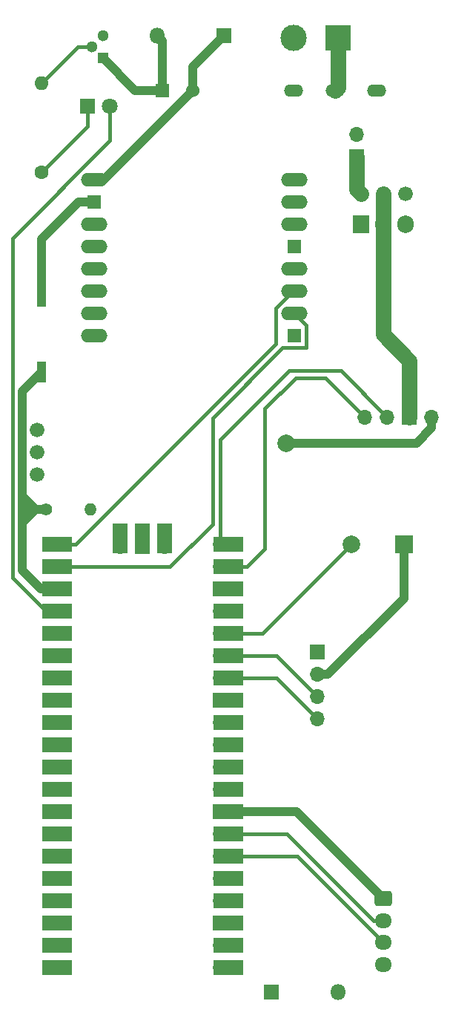
<source format=gtl>
%TF.GenerationSoftware,KiCad,Pcbnew,8.0.5*%
%TF.CreationDate,2024-10-11T00:49:00+02:00*%
%TF.ProjectId,RocketBoard,526f636b-6574-4426-9f61-72642e6b6963,rev?*%
%TF.SameCoordinates,Original*%
%TF.FileFunction,Copper,L1,Top*%
%TF.FilePolarity,Positive*%
%FSLAX46Y46*%
G04 Gerber Fmt 4.6, Leading zero omitted, Abs format (unit mm)*
G04 Created by KiCad (PCBNEW 8.0.5) date 2024-10-11 00:49:00*
%MOMM*%
%LPD*%
G01*
G04 APERTURE LIST*
G04 Aperture macros list*
%AMRoundRect*
0 Rectangle with rounded corners*
0 $1 Rounding radius*
0 $2 $3 $4 $5 $6 $7 $8 $9 X,Y pos of 4 corners*
0 Add a 4 corners polygon primitive as box body*
4,1,4,$2,$3,$4,$5,$6,$7,$8,$9,$2,$3,0*
0 Add four circle primitives for the rounded corners*
1,1,$1+$1,$2,$3*
1,1,$1+$1,$4,$5*
1,1,$1+$1,$6,$7*
1,1,$1+$1,$8,$9*
0 Add four rect primitives between the rounded corners*
20,1,$1+$1,$2,$3,$4,$5,0*
20,1,$1+$1,$4,$5,$6,$7,0*
20,1,$1+$1,$6,$7,$8,$9,0*
20,1,$1+$1,$8,$9,$2,$3,0*%
G04 Aperture macros list end*
%TA.AperFunction,ComponentPad*%
%ADD10C,1.400000*%
%TD*%
%TA.AperFunction,ComponentPad*%
%ADD11O,1.400000X1.400000*%
%TD*%
%TA.AperFunction,ComponentPad*%
%ADD12R,2.000000X2.000000*%
%TD*%
%TA.AperFunction,ComponentPad*%
%ADD13C,2.000000*%
%TD*%
%TA.AperFunction,ComponentPad*%
%ADD14R,1.700000X1.700000*%
%TD*%
%TA.AperFunction,ComponentPad*%
%ADD15O,1.700000X1.700000*%
%TD*%
%TA.AperFunction,ComponentPad*%
%ADD16R,1.300000X1.300000*%
%TD*%
%TA.AperFunction,ComponentPad*%
%ADD17C,1.300000*%
%TD*%
%TA.AperFunction,ComponentPad*%
%ADD18RoundRect,0.250000X-0.725000X0.600000X-0.725000X-0.600000X0.725000X-0.600000X0.725000X0.600000X0*%
%TD*%
%TA.AperFunction,ComponentPad*%
%ADD19O,1.950000X1.700000*%
%TD*%
%TA.AperFunction,SMDPad,CuDef*%
%ADD20R,3.500000X1.700000*%
%TD*%
%TA.AperFunction,SMDPad,CuDef*%
%ADD21R,1.700000X3.500000*%
%TD*%
%TA.AperFunction,ComponentPad*%
%ADD22C,1.676400*%
%TD*%
%TA.AperFunction,ComponentPad*%
%ADD23R,1.524000X1.524000*%
%TD*%
%TA.AperFunction,ComponentPad*%
%ADD24O,3.048000X1.524000*%
%TD*%
%TA.AperFunction,ComponentPad*%
%ADD25R,1.800000X1.800000*%
%TD*%
%TA.AperFunction,ComponentPad*%
%ADD26C,1.800000*%
%TD*%
%TA.AperFunction,ComponentPad*%
%ADD27C,1.524000*%
%TD*%
%TA.AperFunction,ComponentPad*%
%ADD28O,2.200000X1.400000*%
%TD*%
%TA.AperFunction,ComponentPad*%
%ADD29O,1.800000X1.800000*%
%TD*%
%TA.AperFunction,SMDPad,CuDef*%
%ADD30R,1.120000X2.440000*%
%TD*%
%TA.AperFunction,ComponentPad*%
%ADD31C,1.600000*%
%TD*%
%TA.AperFunction,ComponentPad*%
%ADD32O,1.600000X1.600000*%
%TD*%
%TA.AperFunction,ComponentPad*%
%ADD33R,3.000000X3.000000*%
%TD*%
%TA.AperFunction,ComponentPad*%
%ADD34C,3.000000*%
%TD*%
%TA.AperFunction,ComponentPad*%
%ADD35R,1.905000X2.000000*%
%TD*%
%TA.AperFunction,ComponentPad*%
%ADD36O,1.905000X2.000000*%
%TD*%
%TA.AperFunction,ViaPad*%
%ADD37C,2.000000*%
%TD*%
%TA.AperFunction,Conductor*%
%ADD38C,0.400000*%
%TD*%
%TA.AperFunction,Conductor*%
%ADD39C,1.000000*%
%TD*%
%TA.AperFunction,Conductor*%
%ADD40C,1.800000*%
%TD*%
G04 APERTURE END LIST*
D10*
X103428000Y-90008000D03*
D11*
X108508000Y-90008000D03*
D12*
X144338785Y-94008000D03*
D13*
X138338785Y-94008000D03*
D14*
X134468000Y-106300000D03*
D15*
X134468000Y-108840000D03*
X134468000Y-111380000D03*
X134468000Y-113920000D03*
D16*
X109968000Y-38548000D03*
D17*
X108698000Y-37278000D03*
X109968000Y-36008000D03*
D18*
X141968000Y-134400000D03*
D19*
X141968000Y-136900000D03*
X141968000Y-139400000D03*
X141968000Y-141900000D03*
D15*
X123390000Y-142280000D03*
D20*
X124290000Y-142280000D03*
D15*
X123390000Y-139740000D03*
D20*
X124290000Y-139740000D03*
D14*
X123390000Y-137200000D03*
D20*
X124290000Y-137200000D03*
D15*
X123390000Y-134660000D03*
D20*
X124290000Y-134660000D03*
D15*
X123390000Y-132120000D03*
D20*
X124290000Y-132120000D03*
D15*
X123390000Y-129580000D03*
D20*
X124290000Y-129580000D03*
D15*
X123390000Y-127040000D03*
D20*
X124290000Y-127040000D03*
D14*
X123390000Y-124500000D03*
D20*
X124290000Y-124500000D03*
D15*
X123390000Y-121960000D03*
D20*
X124290000Y-121960000D03*
D15*
X123390000Y-119420000D03*
D20*
X124290000Y-119420000D03*
D15*
X123390000Y-116880000D03*
D20*
X124290000Y-116880000D03*
D15*
X123390000Y-114340000D03*
D20*
X124290000Y-114340000D03*
D14*
X123390000Y-111800000D03*
D20*
X124290000Y-111800000D03*
D15*
X123390000Y-109260000D03*
D20*
X124290000Y-109260000D03*
D15*
X123390000Y-106720000D03*
D20*
X124290000Y-106720000D03*
D15*
X123390000Y-104180000D03*
D20*
X124290000Y-104180000D03*
D15*
X123390000Y-101640000D03*
D20*
X124290000Y-101640000D03*
D14*
X123390000Y-99100000D03*
D20*
X124290000Y-99100000D03*
D15*
X123390000Y-96560000D03*
D20*
X124290000Y-96560000D03*
D15*
X123390000Y-94020000D03*
D20*
X124290000Y-94020000D03*
D15*
X105610000Y-94020000D03*
D20*
X104710000Y-94020000D03*
D15*
X105610000Y-96560000D03*
D20*
X104710000Y-96560000D03*
D14*
X105610000Y-99100000D03*
D20*
X104710000Y-99100000D03*
D15*
X105610000Y-101640000D03*
D20*
X104710000Y-101640000D03*
D15*
X105610000Y-104180000D03*
D20*
X104710000Y-104180000D03*
D15*
X105610000Y-106720000D03*
D20*
X104710000Y-106720000D03*
D15*
X105610000Y-109260000D03*
D20*
X104710000Y-109260000D03*
D14*
X105610000Y-111800000D03*
D20*
X104710000Y-111800000D03*
D15*
X105610000Y-114340000D03*
D20*
X104710000Y-114340000D03*
D15*
X105610000Y-116880000D03*
D20*
X104710000Y-116880000D03*
D15*
X105610000Y-119420000D03*
D20*
X104710000Y-119420000D03*
D15*
X105610000Y-121960000D03*
D20*
X104710000Y-121960000D03*
D14*
X105610000Y-124500000D03*
D20*
X104710000Y-124500000D03*
D15*
X105610000Y-127040000D03*
D20*
X104710000Y-127040000D03*
D15*
X105610000Y-129580000D03*
D20*
X104710000Y-129580000D03*
D15*
X105610000Y-132120000D03*
D20*
X104710000Y-132120000D03*
D15*
X105610000Y-134660000D03*
D20*
X104710000Y-134660000D03*
D14*
X105610000Y-137200000D03*
D20*
X104710000Y-137200000D03*
D15*
X105610000Y-139740000D03*
D20*
X104710000Y-139740000D03*
D15*
X105610000Y-142280000D03*
D20*
X104710000Y-142280000D03*
D15*
X117040000Y-94250000D03*
D21*
X117040000Y-93350000D03*
D14*
X114500000Y-94250000D03*
D21*
X114500000Y-93350000D03*
D15*
X111960000Y-94250000D03*
D21*
X111960000Y-93350000D03*
D22*
X102468000Y-80928000D03*
X102468000Y-83468000D03*
X102468000Y-86008000D03*
D23*
X131828000Y-70208000D03*
D24*
X131828000Y-67668000D03*
X131828000Y-65128000D03*
X131828000Y-62588000D03*
D23*
X131828000Y-60048000D03*
D24*
X131828000Y-57508000D03*
X131828000Y-54968000D03*
X131828000Y-52428000D03*
X108968000Y-52428000D03*
D23*
X108968000Y-54968000D03*
D24*
X108968000Y-57508000D03*
X108968000Y-60048000D03*
X108968000Y-62588000D03*
X108968000Y-65128000D03*
X108968000Y-67668000D03*
X108968000Y-70208000D03*
D25*
X108193000Y-44008000D03*
D26*
X110733000Y-44008000D03*
D23*
X116740000Y-42233000D03*
D27*
X120240000Y-42233000D03*
D28*
X136490000Y-42233000D03*
X131740000Y-42233000D03*
X141240000Y-42233000D03*
D25*
X123778000Y-36008000D03*
D29*
X116158000Y-36008000D03*
D22*
X139428000Y-54008000D03*
X141968000Y-54008000D03*
X144508000Y-54008000D03*
D25*
X129158000Y-145008000D03*
D29*
X136778000Y-145008000D03*
D14*
X138943000Y-49758000D03*
D15*
X138943000Y-47218000D03*
D30*
X102968000Y-74313000D03*
X102968000Y-65703000D03*
D31*
X102968000Y-51588000D03*
D32*
X102968000Y-41428000D03*
D33*
X136780000Y-36233000D03*
D34*
X131700000Y-36233000D03*
D35*
X139428000Y-57503000D03*
D36*
X141968000Y-57503000D03*
X144508000Y-57503000D03*
D15*
X147508000Y-79508000D03*
D14*
X144968000Y-79508000D03*
D15*
X142428000Y-79508000D03*
X139888000Y-79508000D03*
D37*
X130928000Y-82468000D03*
D38*
X133190000Y-69030000D02*
X131828000Y-67668000D01*
X133190000Y-71570000D02*
X133190000Y-69030000D01*
X122468000Y-79568000D02*
X130466000Y-71570000D01*
X130466000Y-71570000D02*
X133190000Y-71570000D01*
X122468000Y-91722000D02*
X122468000Y-79568000D01*
X105610000Y-96560000D02*
X117630000Y-96560000D01*
X117630000Y-96560000D02*
X122468000Y-91722000D01*
X131679841Y-65128000D02*
X131828000Y-65128000D01*
X129704000Y-71128081D02*
X129704000Y-67103841D01*
X106812081Y-94020000D02*
X129704000Y-71128081D01*
X129704000Y-67103841D02*
X131679841Y-65128000D01*
X105610000Y-94020000D02*
X106812081Y-94020000D01*
D39*
X102229800Y-90008000D02*
X100729800Y-90008000D01*
X100729800Y-90008000D02*
X100729800Y-91508000D01*
X100729800Y-88508000D02*
X100729800Y-90008000D01*
X102229800Y-90008000D02*
X100729800Y-88508000D01*
X100729800Y-76551200D02*
X100729800Y-88508000D01*
X102229800Y-90008000D02*
X100729800Y-91508000D01*
X103428000Y-90008000D02*
X102229800Y-90008000D01*
X100729800Y-91508000D02*
X100729800Y-96979800D01*
X145750081Y-82468000D02*
X130928000Y-82468000D01*
X147508000Y-80710081D02*
X145750081Y-82468000D01*
X120240000Y-39546000D02*
X123778000Y-36008000D01*
X110045000Y-52428000D02*
X109608000Y-52428000D01*
X120240000Y-42233000D02*
X120240000Y-39546000D01*
X120240000Y-42233000D02*
X110045000Y-52428000D01*
D38*
X129808000Y-106720000D02*
X123390000Y-106720000D01*
X134468000Y-111380000D02*
X129808000Y-106720000D01*
X134468000Y-113920000D02*
X129808000Y-109260000D01*
X129808000Y-109260000D02*
X123390000Y-109260000D01*
D39*
X147508000Y-80710081D02*
X147508000Y-79508000D01*
D38*
X128166785Y-104180000D02*
X123390000Y-104180000D01*
X138338785Y-94008000D02*
X128166785Y-104180000D01*
X130983000Y-127040000D02*
X123390000Y-127040000D01*
X140843000Y-136900000D02*
X130983000Y-127040000D01*
X141968000Y-136900000D02*
X140843000Y-136900000D01*
X132148000Y-129580000D02*
X123390000Y-129580000D01*
X141968000Y-139400000D02*
X132148000Y-129580000D01*
X108193000Y-46363000D02*
X102968000Y-51588000D01*
X108193000Y-44008000D02*
X108193000Y-46363000D01*
X103450000Y-101640000D02*
X105610000Y-101640000D01*
X110733000Y-44008000D02*
X110733000Y-47974841D01*
X110733000Y-47974841D02*
X99629800Y-59078041D01*
X99629800Y-97819800D02*
X103450000Y-101640000D01*
X99629800Y-59078041D02*
X99629800Y-97819800D01*
X107118000Y-37278000D02*
X102968000Y-41428000D01*
X108698000Y-37278000D02*
X107118000Y-37278000D01*
X128468000Y-78508000D02*
X128468000Y-94508000D01*
X139888000Y-79508000D02*
X135388000Y-75008000D01*
X128468000Y-94508000D02*
X126416000Y-96560000D01*
X131968000Y-75008000D02*
X128468000Y-78508000D01*
X135388000Y-75008000D02*
X131968000Y-75008000D01*
X126416000Y-96560000D02*
X123390000Y-96560000D01*
X131268000Y-74208000D02*
X123390000Y-82086000D01*
X123390000Y-82086000D02*
X123390000Y-94020000D01*
X142428000Y-79508000D02*
X137128000Y-74208000D01*
X137128000Y-74208000D02*
X131268000Y-74208000D01*
D39*
X116740000Y-36590000D02*
X116158000Y-36008000D01*
X113653000Y-42233000D02*
X109968000Y-38548000D01*
X116740000Y-42233000D02*
X116740000Y-36590000D01*
X116740000Y-42233000D02*
X113653000Y-42233000D01*
X107206000Y-54968000D02*
X102968000Y-59206000D01*
X102968000Y-59206000D02*
X102968000Y-65703000D01*
X108968000Y-54968000D02*
X107206000Y-54968000D01*
X135670081Y-108840000D02*
X144338785Y-100171296D01*
D40*
X141968000Y-70061781D02*
X144968000Y-73061781D01*
D39*
X141968000Y-134400000D02*
X132068000Y-124500000D01*
D40*
X144968000Y-73061781D02*
X144968000Y-79508000D01*
D39*
X132068000Y-124500000D02*
X123390000Y-124500000D01*
D40*
X141968000Y-57503000D02*
X141968000Y-70061781D01*
D39*
X102850000Y-99100000D02*
X105610000Y-99100000D01*
X144338785Y-100171296D02*
X144338785Y-94008000D01*
D40*
X141968000Y-54008000D02*
X141968000Y-57503000D01*
D39*
X134468000Y-108840000D02*
X135670081Y-108840000D01*
X100729800Y-96979800D02*
X102850000Y-99100000D01*
X102968000Y-74313000D02*
X100729800Y-76551200D01*
D40*
X136490000Y-36523000D02*
X136780000Y-36233000D01*
X136780000Y-41943000D02*
X136490000Y-42233000D01*
X136780000Y-36233000D02*
X136780000Y-41943000D01*
X138943000Y-53523000D02*
X139428000Y-54008000D01*
X138943000Y-49758000D02*
X138943000Y-53523000D01*
M02*

</source>
